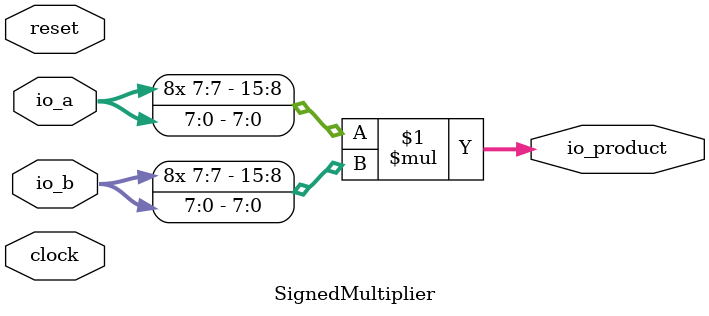
<source format=v>

module SignedMultiplier(
  input         clock,
  input         reset,
  input  [7:0]  io_a,
  input  [7:0]  io_b,
  output [15:0] io_product
);
  assign io_product = $signed(io_a) * $signed(io_b); // @[SignedMultipler.scala 10:22]
endmodule

</source>
